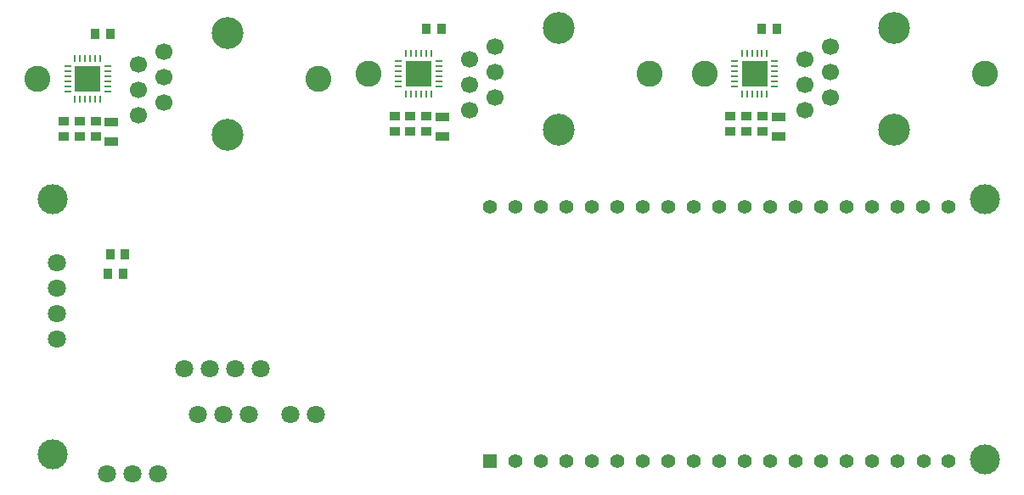
<source format=gts>
G04 #@! TF.FileFunction,Soldermask,Top*
%FSLAX46Y46*%
G04 Gerber Fmt 4.6, Leading zero omitted, Abs format (unit mm)*
G04 Created by KiCad (PCBNEW 4.0.7) date 11/21/18 11:39:18*
%MOMM*%
%LPD*%
G01*
G04 APERTURE LIST*
%ADD10C,0.150000*%
%ADD11R,1.397000X0.889000*%
%ADD12R,2.499360X2.499360*%
%ADD13O,0.800100X0.248920*%
%ADD14O,0.248920X0.800100*%
%ADD15R,1.000760X0.899160*%
%ADD16R,0.899160X1.000760*%
%ADD17C,2.600000*%
%ADD18C,1.700000*%
%ADD19C,3.180000*%
%ADD20C,3.000000*%
%ADD21C,1.800000*%
%ADD22C,1.397000*%
%ADD23R,1.397000X1.397000*%
G04 APERTURE END LIST*
D10*
D11*
X85400000Y-115347500D03*
X85400000Y-117252500D03*
D12*
X83000000Y-111000000D03*
D13*
X81001020Y-109750320D03*
X81001020Y-110250700D03*
X81001020Y-110751080D03*
X81001020Y-111248920D03*
X81001020Y-111749300D03*
X81001020Y-112249680D03*
D14*
X81750320Y-112998980D03*
X82250700Y-112998980D03*
X82751080Y-112998980D03*
X83248920Y-112998980D03*
X83749300Y-112998980D03*
X84249680Y-112998980D03*
D13*
X84998980Y-112249680D03*
X84998980Y-111749300D03*
X84998980Y-111248920D03*
X84998980Y-110751080D03*
X84998980Y-110250700D03*
X84998980Y-109750320D03*
D14*
X84249680Y-109001020D03*
X83749300Y-109001020D03*
X83248920Y-109001020D03*
X82751080Y-109001020D03*
X82250700Y-109001020D03*
X81750320Y-109001020D03*
D15*
X83800000Y-116751840D03*
X83800000Y-115248160D03*
X82200000Y-116751840D03*
X82200000Y-115248160D03*
D16*
X85251840Y-106500000D03*
X83748160Y-106500000D03*
D15*
X80600000Y-116751840D03*
X80600000Y-115248160D03*
D17*
X106000000Y-111000000D03*
X78000000Y-111000000D03*
D18*
X88060000Y-114675000D03*
X88060000Y-112135000D03*
X88060000Y-109595000D03*
X90600000Y-110865000D03*
X90600000Y-108325000D03*
X90600000Y-113405000D03*
D19*
X96950000Y-116580000D03*
X96950000Y-106420000D03*
D20*
X79500000Y-148500000D03*
X79500000Y-123000000D03*
X172500000Y-149000000D03*
X172500000Y-123000000D03*
D21*
X103240160Y-144500000D03*
X105780160Y-144500000D03*
X93960000Y-144500000D03*
X96500000Y-144500000D03*
X99040000Y-144500000D03*
X84960000Y-150500000D03*
X87500000Y-150500000D03*
X90040000Y-150500000D03*
D16*
X86751840Y-128500000D03*
X85248160Y-128500000D03*
X86551840Y-130500000D03*
X85048160Y-130500000D03*
D22*
X166320000Y-123800000D03*
X168860000Y-123800000D03*
X163780000Y-123800000D03*
X161240000Y-123800000D03*
X158700000Y-123800000D03*
X158700000Y-149200000D03*
X161240000Y-149200000D03*
X163780000Y-149200000D03*
X168860000Y-149200000D03*
X166350000Y-149200000D03*
X140920000Y-123800000D03*
X143460000Y-123800000D03*
X138380000Y-123800000D03*
X135840000Y-123800000D03*
X133300000Y-123800000D03*
X130760000Y-123800000D03*
X128220000Y-123800000D03*
X125650000Y-123800000D03*
X146000000Y-123800000D03*
X148540000Y-123800000D03*
X151080000Y-123800000D03*
X156160000Y-123800000D03*
X153620000Y-123800000D03*
X153620000Y-149200000D03*
X156160000Y-149200000D03*
X151080000Y-149200000D03*
X148540000Y-149200000D03*
X146000000Y-149200000D03*
X123140000Y-123800000D03*
D23*
X123140000Y-149200000D03*
D22*
X125650000Y-149200000D03*
X128220000Y-149200000D03*
X130760000Y-149200000D03*
X133300000Y-149200000D03*
X135840000Y-149200000D03*
X138380000Y-149200000D03*
X143460000Y-149200000D03*
X140920000Y-149200000D03*
D21*
X92650000Y-140000000D03*
X95190000Y-140000000D03*
X100259840Y-140000000D03*
X97719840Y-140000000D03*
X79900000Y-129350000D03*
X79900000Y-131890000D03*
X79900000Y-136959840D03*
X79900000Y-134419840D03*
D18*
X154560000Y-114175000D03*
X154560000Y-111635000D03*
X154560000Y-109095000D03*
X157100000Y-110365000D03*
X157100000Y-107825000D03*
X157100000Y-112905000D03*
D19*
X163450000Y-116080000D03*
X163450000Y-105920000D03*
D17*
X144500000Y-110500000D03*
X172500000Y-110500000D03*
D15*
X147100000Y-116251840D03*
X147100000Y-114748160D03*
D16*
X151751840Y-106000000D03*
X150248160Y-106000000D03*
D15*
X148700000Y-116251840D03*
X148700000Y-114748160D03*
X150300000Y-116251840D03*
X150300000Y-114748160D03*
D12*
X149500000Y-110500000D03*
D13*
X147501020Y-109250320D03*
X147501020Y-109750700D03*
X147501020Y-110251080D03*
X147501020Y-110748920D03*
X147501020Y-111249300D03*
X147501020Y-111749680D03*
D14*
X148250320Y-112498980D03*
X148750700Y-112498980D03*
X149251080Y-112498980D03*
X149748920Y-112498980D03*
X150249300Y-112498980D03*
X150749680Y-112498980D03*
D13*
X151498980Y-111749680D03*
X151498980Y-111249300D03*
X151498980Y-110748920D03*
X151498980Y-110251080D03*
X151498980Y-109750700D03*
X151498980Y-109250320D03*
D14*
X150749680Y-108501020D03*
X150249300Y-108501020D03*
X149748920Y-108501020D03*
X149251080Y-108501020D03*
X148750700Y-108501020D03*
X148250320Y-108501020D03*
D11*
X151900000Y-114847500D03*
X151900000Y-116752500D03*
D18*
X121060000Y-114175000D03*
X121060000Y-111635000D03*
X121060000Y-109095000D03*
X123600000Y-110365000D03*
X123600000Y-107825000D03*
X123600000Y-112905000D03*
D19*
X129950000Y-116080000D03*
X129950000Y-105920000D03*
D17*
X111000000Y-110500000D03*
X139000000Y-110500000D03*
D15*
X113600000Y-116251840D03*
X113600000Y-114748160D03*
D16*
X118251840Y-106000000D03*
X116748160Y-106000000D03*
D15*
X115200000Y-116251840D03*
X115200000Y-114748160D03*
X116800000Y-116251840D03*
X116800000Y-114748160D03*
D12*
X116000000Y-110500000D03*
D13*
X114001020Y-109250320D03*
X114001020Y-109750700D03*
X114001020Y-110251080D03*
X114001020Y-110748920D03*
X114001020Y-111249300D03*
X114001020Y-111749680D03*
D14*
X114750320Y-112498980D03*
X115250700Y-112498980D03*
X115751080Y-112498980D03*
X116248920Y-112498980D03*
X116749300Y-112498980D03*
X117249680Y-112498980D03*
D13*
X117998980Y-111749680D03*
X117998980Y-111249300D03*
X117998980Y-110748920D03*
X117998980Y-110251080D03*
X117998980Y-109750700D03*
X117998980Y-109250320D03*
D14*
X117249680Y-108501020D03*
X116749300Y-108501020D03*
X116248920Y-108501020D03*
X115751080Y-108501020D03*
X115250700Y-108501020D03*
X114750320Y-108501020D03*
D11*
X118400000Y-114847500D03*
X118400000Y-116752500D03*
M02*

</source>
